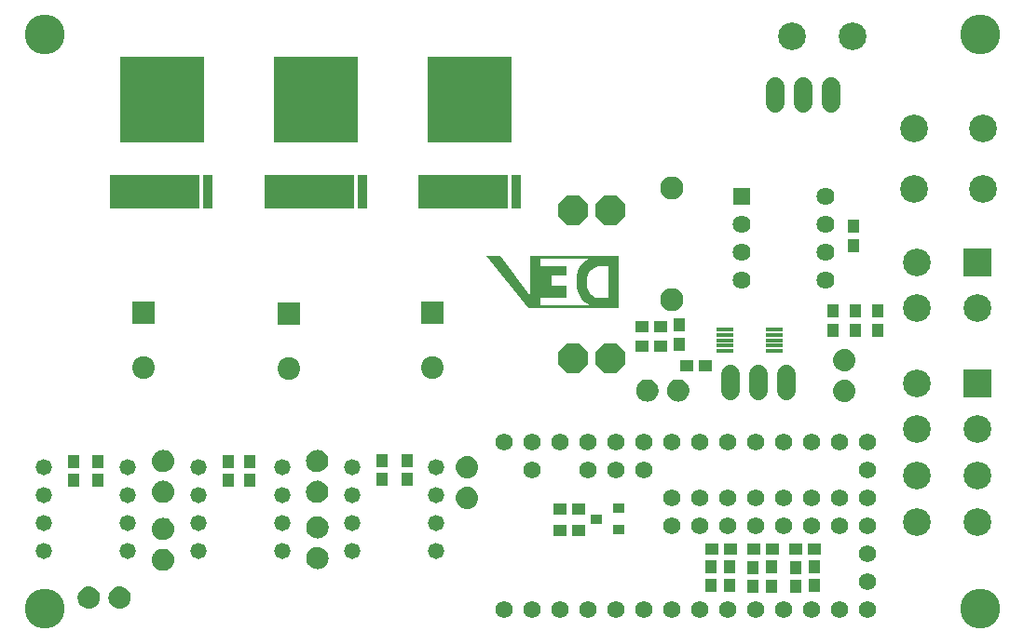
<source format=gbr>
G04 EAGLE Gerber RS-274X export*
G75*
%MOMM*%
%FSLAX34Y34*%
%LPD*%
%AMOC8*
5,1,8,0,0,1.08239X$1,22.5*%
G01*
%ADD10C,1.470400*%
%ADD11R,8.127000X3.127000*%
%ADD12R,0.927000X3.127000*%
%ADD13R,7.627000X7.777000*%
%ADD14C,2.108200*%
%ADD15C,2.057400*%
%ADD16R,2.057400X2.057400*%
%ADD17R,1.227000X1.127000*%
%ADD18R,1.127000X1.227000*%
%ADD19P,2.978737X8X292.500000*%
%ADD20C,1.651000*%
%ADD21C,3.627000*%
%ADD22C,1.574800*%
%ADD23C,2.527000*%
%ADD24R,2.527000X2.527000*%
%ADD25R,1.625600X1.625600*%
%ADD26C,1.625600*%
%ADD27R,1.627000X0.427000*%
%ADD28R,1.027000X0.927000*%

G36*
X503936Y490602D02*
X503936Y490602D01*
X503938Y490603D01*
X503940Y490602D01*
X503983Y490622D01*
X504027Y490640D01*
X504027Y490642D01*
X504029Y490643D01*
X504062Y490728D01*
X504062Y501904D01*
X504061Y501906D01*
X504062Y501908D01*
X504042Y501951D01*
X504024Y501995D01*
X504022Y501995D01*
X504021Y501997D01*
X503936Y502030D01*
X490600Y502030D01*
X490600Y511176D01*
X503936Y511176D01*
X503938Y511177D01*
X503940Y511176D01*
X503983Y511196D01*
X504027Y511214D01*
X504027Y511216D01*
X504029Y511217D01*
X504062Y511302D01*
X504062Y519430D01*
X504061Y519432D01*
X504062Y519434D01*
X504042Y519477D01*
X504024Y519521D01*
X504022Y519521D01*
X504021Y519523D01*
X503936Y519556D01*
X480694Y519556D01*
X480694Y528574D01*
X480693Y528576D01*
X480694Y528578D01*
X480674Y528621D01*
X480656Y528665D01*
X480654Y528665D01*
X480653Y528667D01*
X480568Y528700D01*
X471929Y528700D01*
X471927Y528699D01*
X471925Y528700D01*
X471882Y528680D01*
X471839Y528662D01*
X471838Y528660D01*
X471836Y528659D01*
X471803Y528574D01*
X471806Y492125D01*
X444601Y528649D01*
X444590Y528656D01*
X444585Y528667D01*
X444543Y528684D01*
X444516Y528699D01*
X444508Y528697D01*
X444500Y528700D01*
X432054Y528700D01*
X432014Y528683D01*
X431972Y528670D01*
X431969Y528664D01*
X431963Y528662D01*
X431948Y528621D01*
X431928Y528582D01*
X431930Y528576D01*
X431928Y528570D01*
X431940Y528543D01*
X431955Y528495D01*
X469547Y481505D01*
X469557Y481500D01*
X469561Y481491D01*
X469608Y481473D01*
X469634Y481458D01*
X469640Y481460D01*
X469646Y481458D01*
X480314Y481458D01*
X480316Y481459D01*
X480318Y481458D01*
X480361Y481478D01*
X480398Y481493D01*
X534083Y481096D01*
X535930Y480950D01*
X535935Y480952D01*
X535940Y480950D01*
X551688Y480950D01*
X551690Y480951D01*
X551692Y480950D01*
X551735Y480970D01*
X551779Y480988D01*
X551779Y480990D01*
X551781Y480991D01*
X551814Y481076D01*
X551814Y526467D01*
X551814Y526473D01*
X551815Y526473D01*
X551814Y526473D01*
X551820Y526607D01*
X551821Y526632D01*
X551827Y526766D01*
X551833Y526925D01*
X551840Y527084D01*
X551846Y527243D01*
X551852Y527377D01*
X551853Y527402D01*
X551859Y527536D01*
X551865Y527695D01*
X551872Y527854D01*
X551878Y528013D01*
X551884Y528147D01*
X551885Y528172D01*
X551891Y528306D01*
X551892Y528331D01*
X551897Y528465D01*
X551904Y528624D01*
X551904Y528634D01*
X551900Y528639D01*
X551899Y528639D01*
X551745Y528640D01*
X551715Y528640D01*
X546853Y528644D01*
X546853Y528645D01*
X546822Y528645D01*
X541961Y528649D01*
X541930Y528649D01*
X537068Y528654D01*
X537038Y528654D01*
X532176Y528659D01*
X532145Y528659D01*
X527284Y528664D01*
X527253Y528664D01*
X522391Y528669D01*
X522361Y528669D01*
X517499Y528674D01*
X517468Y528674D01*
X512607Y528679D01*
X512576Y528679D01*
X507714Y528684D01*
X507684Y528684D01*
X502822Y528689D01*
X502791Y528689D01*
X497930Y528694D01*
X497899Y528694D01*
X493037Y528699D01*
X493007Y528699D01*
X488145Y528704D01*
X488114Y528704D01*
X483253Y528709D01*
X483222Y528709D01*
X480822Y528712D01*
X480817Y528707D01*
X480817Y526324D01*
X480821Y526319D01*
X480822Y526320D01*
X480822Y526319D01*
X524692Y526246D01*
X524635Y526222D01*
X524628Y526215D01*
X524617Y526213D01*
X521898Y524547D01*
X521893Y524539D01*
X521882Y524535D01*
X519458Y522464D01*
X519453Y522456D01*
X519444Y522450D01*
X517373Y520026D01*
X517370Y520016D01*
X517361Y520010D01*
X515695Y517291D01*
X515694Y517281D01*
X515686Y517273D01*
X514466Y514328D01*
X514466Y514318D01*
X514460Y514309D01*
X513715Y511208D01*
X513717Y511199D01*
X513712Y511189D01*
X513462Y508010D01*
X513464Y508005D01*
X513462Y508000D01*
X513462Y503428D01*
X513464Y503423D01*
X513462Y503418D01*
X513737Y499921D01*
X513742Y499913D01*
X513740Y499902D01*
X514559Y496491D01*
X514565Y496483D01*
X514565Y496473D01*
X515908Y493232D01*
X515915Y493225D01*
X515917Y493214D01*
X517749Y490224D01*
X517757Y490218D01*
X517761Y490208D01*
X520039Y487541D01*
X520048Y487536D01*
X520053Y487527D01*
X522720Y485249D01*
X522729Y485246D01*
X522736Y485237D01*
X525421Y483592D01*
X480440Y483592D01*
X480440Y490602D01*
X503936Y490602D01*
G37*
%LPC*%
G36*
X535184Y490346D02*
X535184Y490346D01*
X533083Y490530D01*
X531052Y491074D01*
X529145Y491963D01*
X527423Y493169D01*
X525935Y494657D01*
X524729Y496379D01*
X523840Y498286D01*
X523296Y500317D01*
X523112Y502418D01*
X523112Y506978D01*
X523300Y509123D01*
X523856Y511198D01*
X524763Y513144D01*
X525995Y514903D01*
X527513Y516421D01*
X529272Y517653D01*
X531219Y518560D01*
X533293Y519116D01*
X535438Y519304D01*
X542418Y519304D01*
X542418Y490346D01*
X535184Y490346D01*
G37*
%LPD*%
G36*
X579610Y396359D02*
X579610Y396359D01*
X579653Y396371D01*
X579719Y396380D01*
X581336Y396834D01*
X581377Y396853D01*
X581405Y396862D01*
X581415Y396864D01*
X581419Y396866D01*
X581440Y396873D01*
X582954Y397601D01*
X582990Y397627D01*
X583049Y397657D01*
X584414Y398638D01*
X584445Y398670D01*
X584498Y398710D01*
X585672Y399912D01*
X585697Y399949D01*
X585742Y399997D01*
X586689Y401385D01*
X586707Y401426D01*
X586743Y401482D01*
X587435Y403013D01*
X587446Y403056D01*
X587472Y403117D01*
X587887Y404746D01*
X587890Y404790D01*
X587905Y404855D01*
X588031Y406530D01*
X588027Y406577D01*
X588029Y406649D01*
X587824Y408485D01*
X587810Y408531D01*
X587798Y408606D01*
X587238Y410367D01*
X587215Y410409D01*
X587189Y410481D01*
X586296Y412098D01*
X586266Y412136D01*
X586226Y412201D01*
X585035Y413613D01*
X584998Y413644D01*
X584946Y413700D01*
X583502Y414853D01*
X583460Y414876D01*
X583398Y414920D01*
X581757Y415769D01*
X581711Y415784D01*
X581642Y415815D01*
X579867Y416328D01*
X579819Y416333D01*
X579744Y416351D01*
X577904Y416507D01*
X577860Y416503D01*
X577795Y416507D01*
X575964Y416347D01*
X575918Y416334D01*
X575842Y416324D01*
X574078Y415810D01*
X574034Y415789D01*
X573962Y415764D01*
X572332Y414915D01*
X572294Y414886D01*
X572228Y414847D01*
X570795Y413697D01*
X570763Y413661D01*
X570706Y413610D01*
X569525Y412202D01*
X569501Y412161D01*
X569455Y412100D01*
X569245Y411718D01*
X568571Y410488D01*
X568556Y410443D01*
X568522Y410374D01*
X567970Y408621D01*
X567964Y408574D01*
X567944Y408500D01*
X567745Y406673D01*
X567748Y406627D01*
X567742Y406558D01*
X567865Y404882D01*
X567876Y404839D01*
X567882Y404773D01*
X568294Y403143D01*
X568312Y403103D01*
X568330Y403039D01*
X569018Y401506D01*
X569043Y401469D01*
X569072Y401409D01*
X570016Y400019D01*
X570047Y399987D01*
X570085Y399933D01*
X571256Y398727D01*
X571293Y398701D01*
X571340Y398655D01*
X572702Y397671D01*
X572743Y397652D01*
X572797Y397615D01*
X574310Y396882D01*
X574353Y396870D01*
X574364Y396865D01*
X574391Y396852D01*
X574396Y396851D01*
X574413Y396843D01*
X576030Y396385D01*
X576075Y396380D01*
X576139Y396364D01*
X577811Y396193D01*
X577859Y396197D01*
X577938Y396193D01*
X579610Y396359D01*
G37*
G36*
X607601Y396359D02*
X607601Y396359D01*
X607644Y396371D01*
X607710Y396380D01*
X609327Y396834D01*
X609368Y396853D01*
X609396Y396862D01*
X609406Y396864D01*
X609410Y396866D01*
X609431Y396873D01*
X610945Y397601D01*
X610981Y397627D01*
X611040Y397657D01*
X612405Y398638D01*
X612436Y398670D01*
X612489Y398710D01*
X613663Y399912D01*
X613688Y399949D01*
X613733Y399997D01*
X614680Y401385D01*
X614698Y401426D01*
X614734Y401482D01*
X615426Y403013D01*
X615437Y403056D01*
X615463Y403117D01*
X615878Y404746D01*
X615881Y404790D01*
X615896Y404855D01*
X616022Y406530D01*
X616018Y406577D01*
X616020Y406649D01*
X615815Y408485D01*
X615801Y408531D01*
X615789Y408606D01*
X615229Y410367D01*
X615206Y410409D01*
X615180Y410481D01*
X614287Y412098D01*
X614257Y412136D01*
X614217Y412201D01*
X613026Y413613D01*
X612989Y413644D01*
X612937Y413700D01*
X611493Y414853D01*
X611451Y414876D01*
X611389Y414920D01*
X609748Y415769D01*
X609702Y415784D01*
X609633Y415815D01*
X607858Y416328D01*
X607810Y416333D01*
X607735Y416351D01*
X605895Y416507D01*
X605851Y416503D01*
X605786Y416507D01*
X603955Y416347D01*
X603909Y416334D01*
X603833Y416324D01*
X602069Y415810D01*
X602025Y415789D01*
X601953Y415764D01*
X600323Y414915D01*
X600285Y414886D01*
X600219Y414847D01*
X598786Y413697D01*
X598754Y413661D01*
X598697Y413610D01*
X597516Y412202D01*
X597492Y412161D01*
X597446Y412100D01*
X597236Y411718D01*
X596562Y410488D01*
X596547Y410443D01*
X596513Y410374D01*
X595961Y408621D01*
X595955Y408574D01*
X595935Y408500D01*
X595736Y406673D01*
X595739Y406627D01*
X595733Y406558D01*
X595856Y404882D01*
X595867Y404839D01*
X595873Y404773D01*
X596285Y403143D01*
X596303Y403103D01*
X596321Y403039D01*
X597009Y401506D01*
X597034Y401469D01*
X597063Y401409D01*
X598007Y400019D01*
X598038Y399987D01*
X598076Y399933D01*
X599247Y398727D01*
X599284Y398701D01*
X599331Y398655D01*
X600693Y397671D01*
X600734Y397652D01*
X600788Y397615D01*
X602301Y396882D01*
X602344Y396870D01*
X602355Y396865D01*
X602382Y396852D01*
X602387Y396851D01*
X602404Y396843D01*
X604021Y396385D01*
X604066Y396380D01*
X604130Y396364D01*
X605802Y396193D01*
X605850Y396197D01*
X605929Y396193D01*
X607601Y396359D01*
G37*
G36*
X756857Y423793D02*
X756857Y423793D01*
X756929Y423791D01*
X758765Y423996D01*
X758811Y424010D01*
X758886Y424022D01*
X760647Y424582D01*
X760689Y424605D01*
X760761Y424631D01*
X762378Y425524D01*
X762416Y425554D01*
X762481Y425594D01*
X763893Y426785D01*
X763924Y426822D01*
X763980Y426874D01*
X765133Y428318D01*
X765156Y428360D01*
X765200Y428422D01*
X766049Y430063D01*
X766064Y430109D01*
X766095Y430178D01*
X766608Y431953D01*
X766613Y432001D01*
X766631Y432076D01*
X766787Y433916D01*
X766783Y433960D01*
X766787Y434025D01*
X766627Y435856D01*
X766614Y435902D01*
X766604Y435978D01*
X766090Y437742D01*
X766069Y437786D01*
X766044Y437858D01*
X765195Y439488D01*
X765166Y439526D01*
X765127Y439592D01*
X763977Y441025D01*
X763941Y441057D01*
X763890Y441114D01*
X762482Y442295D01*
X762441Y442319D01*
X762380Y442365D01*
X760768Y443249D01*
X760723Y443264D01*
X760654Y443298D01*
X758901Y443850D01*
X758854Y443856D01*
X758780Y443876D01*
X756953Y444076D01*
X756907Y444072D01*
X756838Y444078D01*
X755162Y443955D01*
X755119Y443944D01*
X755053Y443938D01*
X753423Y443527D01*
X753383Y443508D01*
X753319Y443490D01*
X751786Y442802D01*
X751749Y442777D01*
X751689Y442748D01*
X750299Y441804D01*
X750267Y441773D01*
X750213Y441735D01*
X749007Y440564D01*
X748981Y440528D01*
X748935Y440480D01*
X747951Y439118D01*
X747932Y439077D01*
X747895Y439023D01*
X747162Y437510D01*
X747150Y437467D01*
X747123Y437407D01*
X746665Y435790D01*
X746660Y435745D01*
X746644Y435681D01*
X746473Y434009D01*
X746477Y433961D01*
X746473Y433882D01*
X746639Y432210D01*
X746651Y432167D01*
X746660Y432102D01*
X747114Y430484D01*
X747133Y430443D01*
X747153Y430380D01*
X747881Y428866D01*
X747907Y428830D01*
X747937Y428771D01*
X748918Y427406D01*
X748950Y427375D01*
X748990Y427322D01*
X750192Y426148D01*
X750229Y426123D01*
X750277Y426078D01*
X751665Y425131D01*
X751706Y425113D01*
X751762Y425077D01*
X753293Y424385D01*
X753336Y424374D01*
X753397Y424348D01*
X755026Y423933D01*
X755070Y423930D01*
X755135Y423915D01*
X756810Y423789D01*
X756857Y423793D01*
G37*
G36*
X756857Y395802D02*
X756857Y395802D01*
X756929Y395800D01*
X758765Y396005D01*
X758811Y396019D01*
X758886Y396031D01*
X760647Y396591D01*
X760689Y396614D01*
X760761Y396640D01*
X762378Y397533D01*
X762416Y397563D01*
X762481Y397603D01*
X763893Y398794D01*
X763924Y398831D01*
X763980Y398883D01*
X765133Y400327D01*
X765156Y400369D01*
X765200Y400431D01*
X766049Y402072D01*
X766064Y402118D01*
X766095Y402187D01*
X766608Y403962D01*
X766613Y404010D01*
X766631Y404085D01*
X766787Y405925D01*
X766783Y405969D01*
X766787Y406034D01*
X766627Y407865D01*
X766614Y407911D01*
X766604Y407987D01*
X766090Y409751D01*
X766069Y409795D01*
X766044Y409867D01*
X765195Y411497D01*
X765166Y411535D01*
X765127Y411601D01*
X763977Y413034D01*
X763941Y413066D01*
X763890Y413123D01*
X762482Y414304D01*
X762441Y414328D01*
X762380Y414374D01*
X760768Y415258D01*
X760723Y415273D01*
X760654Y415307D01*
X758901Y415859D01*
X758854Y415865D01*
X758780Y415885D01*
X756953Y416085D01*
X756907Y416081D01*
X756838Y416087D01*
X755162Y415964D01*
X755119Y415953D01*
X755053Y415947D01*
X753423Y415536D01*
X753383Y415517D01*
X753319Y415499D01*
X751786Y414811D01*
X751749Y414786D01*
X751689Y414757D01*
X750299Y413813D01*
X750267Y413782D01*
X750213Y413744D01*
X749007Y412573D01*
X748981Y412537D01*
X748935Y412489D01*
X747951Y411127D01*
X747932Y411086D01*
X747895Y411032D01*
X747162Y409519D01*
X747150Y409476D01*
X747123Y409416D01*
X746665Y407799D01*
X746660Y407754D01*
X746644Y407690D01*
X746473Y406018D01*
X746477Y405970D01*
X746473Y405891D01*
X746639Y404219D01*
X746651Y404176D01*
X746660Y404111D01*
X747114Y402493D01*
X747133Y402452D01*
X747153Y402389D01*
X747881Y400875D01*
X747907Y400839D01*
X747937Y400780D01*
X748918Y399415D01*
X748950Y399384D01*
X748990Y399331D01*
X750192Y398157D01*
X750229Y398132D01*
X750277Y398087D01*
X751665Y397140D01*
X751706Y397122D01*
X751762Y397086D01*
X753293Y396394D01*
X753336Y396383D01*
X753397Y396357D01*
X755026Y395942D01*
X755070Y395939D01*
X755135Y395924D01*
X756810Y395798D01*
X756857Y395802D01*
G37*
G36*
X278139Y331999D02*
X278139Y331999D01*
X278211Y331997D01*
X280047Y332202D01*
X280093Y332216D01*
X280168Y332228D01*
X281929Y332788D01*
X281971Y332811D01*
X282043Y332837D01*
X283660Y333730D01*
X283698Y333760D01*
X283763Y333800D01*
X285175Y334991D01*
X285206Y335028D01*
X285262Y335080D01*
X286415Y336524D01*
X286438Y336566D01*
X286482Y336628D01*
X287331Y338269D01*
X287346Y338315D01*
X287377Y338384D01*
X287890Y340159D01*
X287895Y340207D01*
X287913Y340282D01*
X288069Y342122D01*
X288065Y342166D01*
X288069Y342231D01*
X287909Y344062D01*
X287896Y344108D01*
X287886Y344184D01*
X287372Y345948D01*
X287351Y345992D01*
X287326Y346064D01*
X286477Y347694D01*
X286448Y347732D01*
X286409Y347798D01*
X285259Y349231D01*
X285223Y349263D01*
X285172Y349320D01*
X283764Y350501D01*
X283723Y350525D01*
X283662Y350571D01*
X282050Y351455D01*
X282005Y351470D01*
X281936Y351504D01*
X280183Y352056D01*
X280136Y352062D01*
X280062Y352082D01*
X278235Y352282D01*
X278189Y352278D01*
X278120Y352284D01*
X276444Y352161D01*
X276401Y352150D01*
X276335Y352144D01*
X274705Y351733D01*
X274665Y351714D01*
X274601Y351696D01*
X273068Y351008D01*
X273031Y350983D01*
X272971Y350954D01*
X271581Y350010D01*
X271549Y349979D01*
X271495Y349941D01*
X270289Y348770D01*
X270263Y348734D01*
X270217Y348686D01*
X269233Y347324D01*
X269214Y347283D01*
X269177Y347229D01*
X268444Y345716D01*
X268432Y345673D01*
X268405Y345613D01*
X267947Y343996D01*
X267942Y343951D01*
X267926Y343887D01*
X267755Y342215D01*
X267759Y342167D01*
X267755Y342088D01*
X267921Y340416D01*
X267933Y340373D01*
X267942Y340308D01*
X268396Y338690D01*
X268415Y338649D01*
X268435Y338586D01*
X269163Y337072D01*
X269189Y337036D01*
X269219Y336977D01*
X270200Y335612D01*
X270232Y335581D01*
X270272Y335528D01*
X271474Y334354D01*
X271511Y334329D01*
X271559Y334284D01*
X272947Y333337D01*
X272988Y333319D01*
X273044Y333283D01*
X274575Y332591D01*
X274618Y332580D01*
X274679Y332554D01*
X276308Y332139D01*
X276352Y332136D01*
X276417Y332121D01*
X278092Y331995D01*
X278139Y331999D01*
G37*
G36*
X138139Y331999D02*
X138139Y331999D01*
X138211Y331997D01*
X140047Y332202D01*
X140093Y332216D01*
X140168Y332228D01*
X141929Y332788D01*
X141971Y332811D01*
X142043Y332837D01*
X143660Y333730D01*
X143698Y333760D01*
X143763Y333800D01*
X145175Y334991D01*
X145206Y335028D01*
X145262Y335080D01*
X146415Y336524D01*
X146438Y336566D01*
X146482Y336628D01*
X147331Y338269D01*
X147346Y338315D01*
X147377Y338384D01*
X147890Y340159D01*
X147895Y340207D01*
X147913Y340282D01*
X148069Y342122D01*
X148065Y342166D01*
X148069Y342231D01*
X147909Y344062D01*
X147896Y344108D01*
X147886Y344184D01*
X147372Y345948D01*
X147351Y345992D01*
X147326Y346064D01*
X146477Y347694D01*
X146448Y347732D01*
X146409Y347798D01*
X145259Y349231D01*
X145223Y349263D01*
X145172Y349320D01*
X143764Y350501D01*
X143723Y350525D01*
X143662Y350571D01*
X142050Y351455D01*
X142005Y351470D01*
X141936Y351504D01*
X140183Y352056D01*
X140136Y352062D01*
X140062Y352082D01*
X138235Y352282D01*
X138189Y352278D01*
X138120Y352284D01*
X136444Y352161D01*
X136401Y352150D01*
X136335Y352144D01*
X134705Y351733D01*
X134665Y351714D01*
X134601Y351696D01*
X133068Y351008D01*
X133031Y350983D01*
X132971Y350954D01*
X131581Y350010D01*
X131549Y349979D01*
X131495Y349941D01*
X130289Y348770D01*
X130263Y348734D01*
X130217Y348686D01*
X129233Y347324D01*
X129214Y347283D01*
X129177Y347229D01*
X128444Y345716D01*
X128432Y345673D01*
X128405Y345613D01*
X127947Y343996D01*
X127942Y343951D01*
X127926Y343887D01*
X127755Y342215D01*
X127759Y342167D01*
X127755Y342088D01*
X127921Y340416D01*
X127933Y340373D01*
X127942Y340308D01*
X128396Y338690D01*
X128415Y338649D01*
X128435Y338586D01*
X129163Y337072D01*
X129189Y337036D01*
X129219Y336977D01*
X130200Y335612D01*
X130232Y335581D01*
X130272Y335528D01*
X131474Y334354D01*
X131511Y334329D01*
X131559Y334284D01*
X132947Y333337D01*
X132988Y333319D01*
X133044Y333283D01*
X134575Y332591D01*
X134618Y332580D01*
X134679Y332554D01*
X136308Y332139D01*
X136352Y332136D01*
X136417Y332121D01*
X138092Y331995D01*
X138139Y331999D01*
G37*
G36*
X414197Y326373D02*
X414197Y326373D01*
X414269Y326371D01*
X416105Y326576D01*
X416151Y326590D01*
X416226Y326602D01*
X417987Y327162D01*
X418029Y327185D01*
X418101Y327211D01*
X419718Y328104D01*
X419756Y328134D01*
X419821Y328174D01*
X421233Y329365D01*
X421264Y329402D01*
X421320Y329454D01*
X422473Y330898D01*
X422496Y330940D01*
X422540Y331002D01*
X423389Y332643D01*
X423404Y332689D01*
X423435Y332758D01*
X423948Y334533D01*
X423953Y334581D01*
X423971Y334656D01*
X424127Y336496D01*
X424123Y336540D01*
X424127Y336605D01*
X423967Y338436D01*
X423954Y338482D01*
X423944Y338558D01*
X423430Y340322D01*
X423409Y340366D01*
X423384Y340438D01*
X422535Y342068D01*
X422506Y342106D01*
X422467Y342172D01*
X421317Y343605D01*
X421281Y343637D01*
X421230Y343694D01*
X419822Y344875D01*
X419781Y344899D01*
X419720Y344945D01*
X418108Y345829D01*
X418063Y345844D01*
X417994Y345878D01*
X416241Y346430D01*
X416194Y346436D01*
X416120Y346456D01*
X414293Y346656D01*
X414247Y346652D01*
X414178Y346658D01*
X412502Y346535D01*
X412459Y346524D01*
X412393Y346518D01*
X410763Y346107D01*
X410723Y346088D01*
X410659Y346070D01*
X409126Y345382D01*
X409089Y345357D01*
X409029Y345328D01*
X407639Y344384D01*
X407607Y344353D01*
X407553Y344315D01*
X406347Y343144D01*
X406321Y343108D01*
X406275Y343060D01*
X405291Y341698D01*
X405272Y341657D01*
X405235Y341603D01*
X404502Y340090D01*
X404490Y340047D01*
X404463Y339987D01*
X404005Y338370D01*
X404000Y338325D01*
X403984Y338261D01*
X403813Y336589D01*
X403817Y336541D01*
X403813Y336462D01*
X403979Y334790D01*
X403991Y334747D01*
X404000Y334682D01*
X404454Y333064D01*
X404473Y333023D01*
X404493Y332960D01*
X405221Y331446D01*
X405247Y331410D01*
X405277Y331351D01*
X406258Y329986D01*
X406290Y329955D01*
X406330Y329902D01*
X407532Y328728D01*
X407569Y328703D01*
X407617Y328658D01*
X409005Y327711D01*
X409046Y327693D01*
X409102Y327657D01*
X410633Y326965D01*
X410676Y326954D01*
X410737Y326928D01*
X412366Y326513D01*
X412410Y326510D01*
X412475Y326495D01*
X414150Y326369D01*
X414197Y326373D01*
G37*
G36*
X278139Y304008D02*
X278139Y304008D01*
X278211Y304006D01*
X280047Y304211D01*
X280093Y304225D01*
X280168Y304237D01*
X281929Y304797D01*
X281971Y304820D01*
X282043Y304846D01*
X283660Y305739D01*
X283698Y305769D01*
X283763Y305809D01*
X285175Y307000D01*
X285206Y307037D01*
X285262Y307089D01*
X286415Y308533D01*
X286438Y308575D01*
X286482Y308637D01*
X287331Y310278D01*
X287346Y310324D01*
X287377Y310393D01*
X287890Y312168D01*
X287895Y312216D01*
X287913Y312291D01*
X288069Y314131D01*
X288065Y314175D01*
X288069Y314240D01*
X287909Y316071D01*
X287896Y316117D01*
X287886Y316193D01*
X287372Y317957D01*
X287351Y318001D01*
X287326Y318073D01*
X286477Y319703D01*
X286448Y319741D01*
X286409Y319807D01*
X285259Y321240D01*
X285223Y321272D01*
X285172Y321329D01*
X283764Y322510D01*
X283723Y322534D01*
X283662Y322580D01*
X282050Y323464D01*
X282005Y323479D01*
X281936Y323513D01*
X280183Y324065D01*
X280136Y324071D01*
X280062Y324091D01*
X278235Y324291D01*
X278189Y324287D01*
X278120Y324293D01*
X276444Y324170D01*
X276401Y324159D01*
X276335Y324153D01*
X274705Y323742D01*
X274665Y323723D01*
X274601Y323705D01*
X273068Y323017D01*
X273031Y322992D01*
X272971Y322963D01*
X271581Y322019D01*
X271549Y321988D01*
X271495Y321950D01*
X270289Y320779D01*
X270263Y320743D01*
X270217Y320695D01*
X269233Y319333D01*
X269214Y319292D01*
X269177Y319238D01*
X268444Y317725D01*
X268432Y317682D01*
X268405Y317622D01*
X267947Y316005D01*
X267942Y315960D01*
X267926Y315896D01*
X267755Y314224D01*
X267759Y314176D01*
X267755Y314097D01*
X267921Y312425D01*
X267933Y312382D01*
X267942Y312317D01*
X268396Y310699D01*
X268415Y310658D01*
X268435Y310595D01*
X269163Y309081D01*
X269189Y309045D01*
X269219Y308986D01*
X270200Y307621D01*
X270232Y307590D01*
X270272Y307537D01*
X271474Y306363D01*
X271511Y306338D01*
X271559Y306293D01*
X272947Y305346D01*
X272988Y305328D01*
X273044Y305292D01*
X274575Y304600D01*
X274618Y304589D01*
X274679Y304563D01*
X276308Y304148D01*
X276352Y304145D01*
X276417Y304130D01*
X278092Y304004D01*
X278139Y304008D01*
G37*
G36*
X138139Y304008D02*
X138139Y304008D01*
X138211Y304006D01*
X140047Y304211D01*
X140093Y304225D01*
X140168Y304237D01*
X141929Y304797D01*
X141971Y304820D01*
X142043Y304846D01*
X143660Y305739D01*
X143698Y305769D01*
X143763Y305809D01*
X145175Y307000D01*
X145206Y307037D01*
X145262Y307089D01*
X146415Y308533D01*
X146438Y308575D01*
X146482Y308637D01*
X147331Y310278D01*
X147346Y310324D01*
X147377Y310393D01*
X147890Y312168D01*
X147895Y312216D01*
X147913Y312291D01*
X148069Y314131D01*
X148065Y314175D01*
X148069Y314240D01*
X147909Y316071D01*
X147896Y316117D01*
X147886Y316193D01*
X147372Y317957D01*
X147351Y318001D01*
X147326Y318073D01*
X146477Y319703D01*
X146448Y319741D01*
X146409Y319807D01*
X145259Y321240D01*
X145223Y321272D01*
X145172Y321329D01*
X143764Y322510D01*
X143723Y322534D01*
X143662Y322580D01*
X142050Y323464D01*
X142005Y323479D01*
X141936Y323513D01*
X140183Y324065D01*
X140136Y324071D01*
X140062Y324091D01*
X138235Y324291D01*
X138189Y324287D01*
X138120Y324293D01*
X136444Y324170D01*
X136401Y324159D01*
X136335Y324153D01*
X134705Y323742D01*
X134665Y323723D01*
X134601Y323705D01*
X133068Y323017D01*
X133031Y322992D01*
X132971Y322963D01*
X131581Y322019D01*
X131549Y321988D01*
X131495Y321950D01*
X130289Y320779D01*
X130263Y320743D01*
X130217Y320695D01*
X129233Y319333D01*
X129214Y319292D01*
X129177Y319238D01*
X128444Y317725D01*
X128432Y317682D01*
X128405Y317622D01*
X127947Y316005D01*
X127942Y315960D01*
X127926Y315896D01*
X127755Y314224D01*
X127759Y314176D01*
X127755Y314097D01*
X127921Y312425D01*
X127933Y312382D01*
X127942Y312317D01*
X128396Y310699D01*
X128415Y310658D01*
X128435Y310595D01*
X129163Y309081D01*
X129189Y309045D01*
X129219Y308986D01*
X130200Y307621D01*
X130232Y307590D01*
X130272Y307537D01*
X131474Y306363D01*
X131511Y306338D01*
X131559Y306293D01*
X132947Y305346D01*
X132988Y305328D01*
X133044Y305292D01*
X134575Y304600D01*
X134618Y304589D01*
X134679Y304563D01*
X136308Y304148D01*
X136352Y304145D01*
X136417Y304130D01*
X138092Y304004D01*
X138139Y304008D01*
G37*
G36*
X414197Y298382D02*
X414197Y298382D01*
X414269Y298380D01*
X416105Y298585D01*
X416151Y298599D01*
X416226Y298611D01*
X417987Y299171D01*
X418029Y299194D01*
X418101Y299220D01*
X419718Y300113D01*
X419756Y300143D01*
X419821Y300183D01*
X421233Y301374D01*
X421264Y301411D01*
X421320Y301463D01*
X422473Y302907D01*
X422496Y302949D01*
X422540Y303011D01*
X423389Y304652D01*
X423404Y304698D01*
X423435Y304767D01*
X423948Y306542D01*
X423953Y306590D01*
X423971Y306665D01*
X424127Y308505D01*
X424123Y308549D01*
X424127Y308614D01*
X423967Y310445D01*
X423954Y310491D01*
X423944Y310567D01*
X423430Y312331D01*
X423409Y312375D01*
X423384Y312447D01*
X422535Y314077D01*
X422506Y314115D01*
X422467Y314181D01*
X421317Y315614D01*
X421281Y315646D01*
X421230Y315703D01*
X419822Y316884D01*
X419781Y316908D01*
X419720Y316954D01*
X418108Y317838D01*
X418063Y317853D01*
X417994Y317887D01*
X416241Y318439D01*
X416194Y318445D01*
X416120Y318465D01*
X414293Y318665D01*
X414247Y318661D01*
X414178Y318667D01*
X412502Y318544D01*
X412459Y318533D01*
X412393Y318527D01*
X410763Y318116D01*
X410723Y318097D01*
X410659Y318079D01*
X409126Y317391D01*
X409089Y317366D01*
X409029Y317337D01*
X407639Y316393D01*
X407607Y316362D01*
X407553Y316324D01*
X406347Y315153D01*
X406321Y315117D01*
X406275Y315069D01*
X405291Y313707D01*
X405272Y313666D01*
X405235Y313612D01*
X404502Y312099D01*
X404490Y312056D01*
X404463Y311996D01*
X404005Y310379D01*
X404000Y310334D01*
X403984Y310270D01*
X403813Y308598D01*
X403817Y308550D01*
X403813Y308471D01*
X403979Y306799D01*
X403991Y306756D01*
X404000Y306691D01*
X404454Y305073D01*
X404473Y305032D01*
X404493Y304969D01*
X405221Y303455D01*
X405247Y303419D01*
X405277Y303360D01*
X406258Y301995D01*
X406290Y301964D01*
X406330Y301911D01*
X407532Y300737D01*
X407569Y300712D01*
X407617Y300667D01*
X409005Y299720D01*
X409046Y299702D01*
X409102Y299666D01*
X410633Y298974D01*
X410676Y298963D01*
X410737Y298937D01*
X412366Y298522D01*
X412410Y298519D01*
X412475Y298504D01*
X414150Y298378D01*
X414197Y298382D01*
G37*
G36*
X278307Y271763D02*
X278307Y271763D01*
X278379Y271761D01*
X280215Y271966D01*
X280261Y271980D01*
X280336Y271992D01*
X282097Y272552D01*
X282139Y272575D01*
X282211Y272601D01*
X283828Y273494D01*
X283866Y273524D01*
X283931Y273564D01*
X285343Y274755D01*
X285374Y274792D01*
X285430Y274844D01*
X286583Y276288D01*
X286606Y276330D01*
X286650Y276392D01*
X287499Y278033D01*
X287514Y278079D01*
X287545Y278148D01*
X288058Y279923D01*
X288063Y279971D01*
X288081Y280046D01*
X288237Y281886D01*
X288233Y281930D01*
X288237Y281995D01*
X288077Y283826D01*
X288064Y283872D01*
X288054Y283948D01*
X287540Y285712D01*
X287519Y285756D01*
X287494Y285828D01*
X286645Y287458D01*
X286616Y287496D01*
X286577Y287562D01*
X285427Y288995D01*
X285391Y289027D01*
X285340Y289084D01*
X283932Y290265D01*
X283891Y290289D01*
X283830Y290335D01*
X282218Y291219D01*
X282173Y291234D01*
X282104Y291268D01*
X280351Y291820D01*
X280304Y291826D01*
X280230Y291846D01*
X278403Y292046D01*
X278357Y292042D01*
X278288Y292048D01*
X276612Y291925D01*
X276569Y291914D01*
X276503Y291908D01*
X274873Y291497D01*
X274833Y291478D01*
X274769Y291460D01*
X273236Y290772D01*
X273199Y290747D01*
X273139Y290718D01*
X271749Y289774D01*
X271717Y289743D01*
X271663Y289705D01*
X270457Y288534D01*
X270431Y288498D01*
X270385Y288450D01*
X269401Y287088D01*
X269382Y287047D01*
X269345Y286993D01*
X268612Y285480D01*
X268600Y285437D01*
X268573Y285377D01*
X268115Y283760D01*
X268110Y283715D01*
X268094Y283651D01*
X267923Y281979D01*
X267927Y281931D01*
X267923Y281852D01*
X268089Y280180D01*
X268101Y280137D01*
X268110Y280072D01*
X268564Y278454D01*
X268583Y278413D01*
X268603Y278350D01*
X269331Y276836D01*
X269357Y276800D01*
X269387Y276741D01*
X270368Y275376D01*
X270400Y275345D01*
X270440Y275292D01*
X271642Y274118D01*
X271679Y274093D01*
X271727Y274048D01*
X273115Y273101D01*
X273156Y273083D01*
X273212Y273047D01*
X274743Y272355D01*
X274786Y272344D01*
X274847Y272318D01*
X276476Y271903D01*
X276520Y271900D01*
X276585Y271885D01*
X278260Y271759D01*
X278307Y271763D01*
G37*
G36*
X137891Y270175D02*
X137891Y270175D01*
X137963Y270173D01*
X139799Y270378D01*
X139845Y270392D01*
X139920Y270404D01*
X141681Y270964D01*
X141723Y270987D01*
X141795Y271013D01*
X143412Y271906D01*
X143450Y271936D01*
X143515Y271976D01*
X144927Y273167D01*
X144958Y273204D01*
X145014Y273256D01*
X146167Y274700D01*
X146190Y274742D01*
X146234Y274804D01*
X147083Y276445D01*
X147098Y276491D01*
X147129Y276560D01*
X147642Y278335D01*
X147647Y278383D01*
X147665Y278458D01*
X147821Y280298D01*
X147817Y280342D01*
X147821Y280407D01*
X147661Y282238D01*
X147648Y282284D01*
X147638Y282360D01*
X147124Y284124D01*
X147103Y284168D01*
X147078Y284240D01*
X146229Y285870D01*
X146200Y285908D01*
X146161Y285974D01*
X145011Y287407D01*
X144975Y287439D01*
X144924Y287496D01*
X143516Y288677D01*
X143475Y288701D01*
X143414Y288747D01*
X141802Y289631D01*
X141757Y289646D01*
X141688Y289680D01*
X139935Y290232D01*
X139888Y290238D01*
X139814Y290258D01*
X137987Y290458D01*
X137941Y290454D01*
X137872Y290460D01*
X136196Y290337D01*
X136153Y290326D01*
X136087Y290320D01*
X134457Y289909D01*
X134417Y289890D01*
X134353Y289872D01*
X132820Y289184D01*
X132783Y289159D01*
X132723Y289130D01*
X131333Y288186D01*
X131301Y288155D01*
X131247Y288117D01*
X130041Y286946D01*
X130015Y286910D01*
X129969Y286862D01*
X128985Y285500D01*
X128966Y285459D01*
X128929Y285405D01*
X128196Y283892D01*
X128184Y283849D01*
X128157Y283789D01*
X127699Y282172D01*
X127694Y282127D01*
X127678Y282063D01*
X127507Y280391D01*
X127511Y280343D01*
X127507Y280264D01*
X127673Y278592D01*
X127685Y278549D01*
X127694Y278484D01*
X128148Y276866D01*
X128167Y276825D01*
X128187Y276762D01*
X128915Y275248D01*
X128941Y275212D01*
X128971Y275153D01*
X129952Y273788D01*
X129984Y273757D01*
X130024Y273704D01*
X131226Y272530D01*
X131263Y272505D01*
X131311Y272460D01*
X132699Y271513D01*
X132740Y271495D01*
X132796Y271459D01*
X134327Y270767D01*
X134370Y270756D01*
X134431Y270730D01*
X136060Y270315D01*
X136104Y270312D01*
X136169Y270297D01*
X137844Y270171D01*
X137891Y270175D01*
G37*
G36*
X278307Y243772D02*
X278307Y243772D01*
X278379Y243770D01*
X280215Y243975D01*
X280261Y243989D01*
X280336Y244001D01*
X282097Y244561D01*
X282139Y244584D01*
X282211Y244610D01*
X283828Y245503D01*
X283866Y245533D01*
X283931Y245573D01*
X285343Y246764D01*
X285374Y246801D01*
X285430Y246853D01*
X286583Y248297D01*
X286606Y248339D01*
X286650Y248401D01*
X287499Y250042D01*
X287514Y250088D01*
X287545Y250157D01*
X288058Y251932D01*
X288063Y251980D01*
X288081Y252055D01*
X288237Y253895D01*
X288233Y253939D01*
X288237Y254004D01*
X288077Y255835D01*
X288064Y255881D01*
X288054Y255957D01*
X287540Y257721D01*
X287519Y257765D01*
X287494Y257837D01*
X286645Y259467D01*
X286616Y259505D01*
X286577Y259571D01*
X285427Y261004D01*
X285391Y261036D01*
X285340Y261093D01*
X283932Y262274D01*
X283891Y262298D01*
X283830Y262344D01*
X282218Y263228D01*
X282173Y263243D01*
X282104Y263277D01*
X280351Y263829D01*
X280304Y263835D01*
X280230Y263855D01*
X278403Y264055D01*
X278357Y264051D01*
X278288Y264057D01*
X276612Y263934D01*
X276569Y263923D01*
X276503Y263917D01*
X274873Y263506D01*
X274833Y263487D01*
X274769Y263469D01*
X273236Y262781D01*
X273199Y262756D01*
X273139Y262727D01*
X271749Y261783D01*
X271717Y261752D01*
X271663Y261714D01*
X270457Y260543D01*
X270431Y260507D01*
X270385Y260459D01*
X269401Y259097D01*
X269382Y259056D01*
X269345Y259002D01*
X268612Y257489D01*
X268600Y257446D01*
X268573Y257386D01*
X268115Y255769D01*
X268110Y255724D01*
X268094Y255660D01*
X267923Y253988D01*
X267927Y253940D01*
X267923Y253861D01*
X268089Y252189D01*
X268101Y252146D01*
X268110Y252081D01*
X268564Y250463D01*
X268583Y250422D01*
X268603Y250359D01*
X269331Y248845D01*
X269357Y248809D01*
X269387Y248750D01*
X270368Y247385D01*
X270400Y247354D01*
X270440Y247301D01*
X271642Y246127D01*
X271679Y246102D01*
X271727Y246057D01*
X273115Y245110D01*
X273156Y245092D01*
X273212Y245056D01*
X274743Y244364D01*
X274786Y244353D01*
X274847Y244327D01*
X276476Y243912D01*
X276520Y243909D01*
X276585Y243894D01*
X278260Y243768D01*
X278307Y243772D01*
G37*
G36*
X137891Y242184D02*
X137891Y242184D01*
X137963Y242182D01*
X139799Y242387D01*
X139845Y242401D01*
X139920Y242413D01*
X141681Y242973D01*
X141723Y242996D01*
X141795Y243022D01*
X143412Y243915D01*
X143450Y243945D01*
X143515Y243985D01*
X144927Y245176D01*
X144958Y245213D01*
X145014Y245265D01*
X146167Y246709D01*
X146190Y246751D01*
X146234Y246813D01*
X147083Y248454D01*
X147098Y248500D01*
X147129Y248569D01*
X147642Y250344D01*
X147647Y250392D01*
X147665Y250467D01*
X147821Y252307D01*
X147817Y252351D01*
X147821Y252416D01*
X147661Y254247D01*
X147648Y254293D01*
X147638Y254369D01*
X147124Y256133D01*
X147103Y256177D01*
X147078Y256249D01*
X146229Y257879D01*
X146200Y257917D01*
X146161Y257983D01*
X145011Y259416D01*
X144975Y259448D01*
X144924Y259505D01*
X143516Y260686D01*
X143475Y260710D01*
X143414Y260756D01*
X141802Y261640D01*
X141757Y261655D01*
X141688Y261689D01*
X139935Y262241D01*
X139888Y262247D01*
X139814Y262267D01*
X137987Y262467D01*
X137941Y262463D01*
X137872Y262469D01*
X136196Y262346D01*
X136153Y262335D01*
X136087Y262329D01*
X134457Y261918D01*
X134417Y261899D01*
X134353Y261881D01*
X132820Y261193D01*
X132783Y261168D01*
X132723Y261139D01*
X131333Y260195D01*
X131301Y260164D01*
X131247Y260126D01*
X130041Y258955D01*
X130015Y258919D01*
X129969Y258871D01*
X128985Y257509D01*
X128966Y257468D01*
X128929Y257414D01*
X128196Y255901D01*
X128184Y255858D01*
X128157Y255798D01*
X127699Y254181D01*
X127694Y254136D01*
X127678Y254072D01*
X127507Y252400D01*
X127511Y252352D01*
X127507Y252273D01*
X127673Y250601D01*
X127685Y250558D01*
X127694Y250493D01*
X128148Y248875D01*
X128167Y248834D01*
X128187Y248771D01*
X128915Y247257D01*
X128941Y247221D01*
X128971Y247162D01*
X129952Y245797D01*
X129984Y245766D01*
X130024Y245713D01*
X131226Y244539D01*
X131263Y244514D01*
X131311Y244469D01*
X132699Y243522D01*
X132740Y243504D01*
X132796Y243468D01*
X134327Y242776D01*
X134370Y242765D01*
X134431Y242739D01*
X136060Y242324D01*
X136104Y242321D01*
X136169Y242306D01*
X137844Y242180D01*
X137891Y242184D01*
G37*
G36*
X98432Y207783D02*
X98432Y207783D01*
X98497Y207779D01*
X100328Y207939D01*
X100374Y207952D01*
X100450Y207962D01*
X102214Y208476D01*
X102258Y208497D01*
X102330Y208522D01*
X103960Y209371D01*
X103998Y209400D01*
X104064Y209439D01*
X105497Y210589D01*
X105529Y210625D01*
X105586Y210676D01*
X106767Y212084D01*
X106791Y212125D01*
X106837Y212186D01*
X107382Y213179D01*
X107721Y213798D01*
X107736Y213843D01*
X107770Y213912D01*
X108322Y215665D01*
X108328Y215712D01*
X108348Y215786D01*
X108548Y217613D01*
X108544Y217659D01*
X108550Y217728D01*
X108427Y219404D01*
X108416Y219447D01*
X108410Y219513D01*
X107999Y221143D01*
X107980Y221183D01*
X107962Y221247D01*
X107274Y222780D01*
X107249Y222817D01*
X107220Y222877D01*
X106276Y224267D01*
X106245Y224299D01*
X106207Y224353D01*
X105036Y225559D01*
X105000Y225585D01*
X104952Y225631D01*
X103590Y226615D01*
X103549Y226634D01*
X103495Y226671D01*
X101982Y227404D01*
X101939Y227416D01*
X101879Y227443D01*
X100262Y227901D01*
X100217Y227906D01*
X100153Y227922D01*
X98481Y228093D01*
X98433Y228089D01*
X98354Y228093D01*
X96682Y227927D01*
X96639Y227915D01*
X96574Y227906D01*
X94956Y227452D01*
X94915Y227433D01*
X94852Y227413D01*
X93338Y226685D01*
X93302Y226659D01*
X93243Y226629D01*
X91878Y225648D01*
X91847Y225616D01*
X91794Y225576D01*
X90620Y224374D01*
X90595Y224337D01*
X90550Y224289D01*
X89603Y222901D01*
X89585Y222860D01*
X89549Y222804D01*
X88857Y221273D01*
X88846Y221230D01*
X88820Y221169D01*
X88405Y219540D01*
X88402Y219496D01*
X88387Y219431D01*
X88261Y217756D01*
X88265Y217709D01*
X88263Y217637D01*
X88468Y215802D01*
X88482Y215755D01*
X88494Y215680D01*
X89054Y213919D01*
X89077Y213877D01*
X89103Y213805D01*
X89996Y212188D01*
X90026Y212150D01*
X90066Y212085D01*
X91257Y210673D01*
X91294Y210642D01*
X91346Y210586D01*
X92790Y209433D01*
X92832Y209411D01*
X92894Y209366D01*
X94535Y208517D01*
X94581Y208503D01*
X94650Y208471D01*
X96425Y207958D01*
X96473Y207953D01*
X96548Y207936D01*
X98388Y207779D01*
X98432Y207783D01*
G37*
G36*
X70441Y207783D02*
X70441Y207783D01*
X70506Y207779D01*
X72337Y207939D01*
X72383Y207952D01*
X72459Y207962D01*
X74223Y208476D01*
X74267Y208497D01*
X74339Y208522D01*
X75969Y209371D01*
X76007Y209400D01*
X76073Y209439D01*
X77506Y210589D01*
X77538Y210625D01*
X77595Y210676D01*
X78776Y212084D01*
X78800Y212125D01*
X78846Y212186D01*
X79391Y213179D01*
X79730Y213798D01*
X79745Y213843D01*
X79779Y213912D01*
X80331Y215665D01*
X80337Y215712D01*
X80357Y215786D01*
X80557Y217613D01*
X80553Y217659D01*
X80559Y217728D01*
X80436Y219404D01*
X80425Y219447D01*
X80419Y219513D01*
X80008Y221143D01*
X79989Y221183D01*
X79971Y221247D01*
X79283Y222780D01*
X79258Y222817D01*
X79229Y222877D01*
X78285Y224267D01*
X78254Y224299D01*
X78216Y224353D01*
X77045Y225559D01*
X77009Y225585D01*
X76961Y225631D01*
X75599Y226615D01*
X75558Y226634D01*
X75504Y226671D01*
X73991Y227404D01*
X73948Y227416D01*
X73888Y227443D01*
X72271Y227901D01*
X72226Y227906D01*
X72162Y227922D01*
X70490Y228093D01*
X70442Y228089D01*
X70363Y228093D01*
X68691Y227927D01*
X68648Y227915D01*
X68583Y227906D01*
X66965Y227452D01*
X66924Y227433D01*
X66861Y227413D01*
X65347Y226685D01*
X65311Y226659D01*
X65252Y226629D01*
X63887Y225648D01*
X63856Y225616D01*
X63803Y225576D01*
X62629Y224374D01*
X62604Y224337D01*
X62559Y224289D01*
X61612Y222901D01*
X61594Y222860D01*
X61558Y222804D01*
X60866Y221273D01*
X60855Y221230D01*
X60829Y221169D01*
X60414Y219540D01*
X60411Y219496D01*
X60396Y219431D01*
X60270Y217756D01*
X60274Y217709D01*
X60272Y217637D01*
X60477Y215802D01*
X60491Y215755D01*
X60503Y215680D01*
X61063Y213919D01*
X61086Y213877D01*
X61112Y213805D01*
X62005Y212188D01*
X62035Y212150D01*
X62075Y212085D01*
X63266Y210673D01*
X63303Y210642D01*
X63355Y210586D01*
X64799Y209433D01*
X64841Y209411D01*
X64903Y209366D01*
X66544Y208517D01*
X66590Y208503D01*
X66659Y208471D01*
X68434Y207958D01*
X68482Y207953D01*
X68557Y207936D01*
X70397Y207779D01*
X70441Y207783D01*
G37*
D10*
X106062Y259946D03*
X106062Y285346D03*
X106062Y310746D03*
X106062Y336146D03*
X29862Y336146D03*
X29862Y310746D03*
X29862Y285346D03*
X29862Y259946D03*
X246062Y259946D03*
X246062Y285346D03*
X246062Y310746D03*
X246062Y336146D03*
X169862Y336146D03*
X169862Y310746D03*
X169862Y285346D03*
X169862Y259946D03*
X386062Y259946D03*
X386062Y285346D03*
X386062Y310746D03*
X386062Y336146D03*
X309862Y336146D03*
X309862Y310746D03*
X309862Y285346D03*
X309862Y259946D03*
D11*
X130670Y587550D03*
D12*
X178670Y587550D03*
D13*
X136670Y671100D03*
D11*
X270670Y587550D03*
D12*
X318670Y587550D03*
D13*
X276670Y671100D03*
D11*
X410670Y587550D03*
D12*
X458670Y587550D03*
D13*
X416670Y671100D03*
D14*
X600000Y590800D03*
X600000Y489200D03*
D15*
X251950Y426620D03*
D16*
X251950Y476620D03*
D15*
X382760Y427080D03*
D16*
X382760Y477080D03*
D17*
X636152Y262128D03*
X653152Y262128D03*
X674760Y262128D03*
X691760Y262128D03*
X712860Y262128D03*
X729860Y262128D03*
D18*
X635652Y245720D03*
X635652Y228720D03*
X674116Y245228D03*
X674116Y228228D03*
X712724Y245228D03*
X712724Y228228D03*
X652424Y229080D03*
X652424Y246080D03*
X691004Y228572D03*
X691004Y245572D03*
X729488Y228736D03*
X729488Y245736D03*
D19*
X544000Y570000D03*
X510000Y570000D03*
X544000Y435300D03*
X510000Y435300D03*
D20*
X694440Y667300D02*
X694440Y682540D01*
X719840Y682540D02*
X719840Y667300D01*
X745240Y667300D02*
X745240Y682540D01*
D18*
X767080Y478400D03*
X767080Y461400D03*
X746760Y461400D03*
X746760Y478400D03*
X359410Y325510D03*
X359410Y342510D03*
X336550Y325510D03*
X336550Y342510D03*
X216830Y324938D03*
X216830Y341938D03*
X197162Y324558D03*
X197162Y341558D03*
X78400Y324638D03*
X78400Y341638D03*
X56192Y324350D03*
X56192Y341350D03*
D15*
X119870Y427430D03*
D16*
X119870Y477430D03*
D21*
X880000Y730000D03*
X880000Y207800D03*
X30000Y207800D03*
X30000Y730000D03*
D22*
X447700Y207400D03*
X473100Y207400D03*
X498500Y207400D03*
X523900Y207400D03*
X549300Y207400D03*
X574700Y207400D03*
X600100Y207400D03*
X625500Y207400D03*
X650900Y207400D03*
X676300Y207400D03*
X701700Y207400D03*
X727100Y207400D03*
X752500Y207400D03*
X777900Y207400D03*
X777900Y232800D03*
X777900Y258200D03*
X777900Y283600D03*
X777900Y309000D03*
X777900Y334400D03*
X777900Y359800D03*
X752500Y359800D03*
X727100Y359800D03*
X701700Y359800D03*
X676300Y359800D03*
X650900Y359800D03*
X625500Y359800D03*
X600100Y359800D03*
X574700Y359800D03*
X549300Y359800D03*
X523900Y359800D03*
X498500Y359800D03*
X473100Y359800D03*
X447700Y359800D03*
X473100Y334400D03*
X523900Y334400D03*
X549300Y334400D03*
X574700Y334400D03*
X752500Y283600D03*
X752500Y309000D03*
X727100Y283600D03*
X701700Y283600D03*
X676300Y283600D03*
X650900Y283600D03*
X727100Y309000D03*
X701700Y309000D03*
X676300Y309000D03*
X650900Y309000D03*
X625500Y309000D03*
X600100Y309000D03*
X625500Y283600D03*
X600100Y283600D03*
D20*
X653680Y406000D02*
X653680Y421240D01*
X679080Y421240D02*
X679080Y406000D01*
X704480Y406000D02*
X704480Y421240D01*
D18*
X787400Y478400D03*
X787400Y461400D03*
D23*
X823000Y523240D03*
X823000Y481240D03*
X878000Y481240D03*
D24*
X878000Y523240D03*
D25*
X663800Y583180D03*
D26*
X663800Y557780D03*
X663800Y532380D03*
X663800Y506980D03*
X740000Y506980D03*
X740000Y532380D03*
X740000Y557780D03*
X740000Y583180D03*
D23*
X882540Y645000D03*
X882540Y590000D03*
D18*
X764920Y555480D03*
X764920Y538480D03*
D23*
X820000Y645000D03*
X820000Y590000D03*
X822452Y413004D03*
D24*
X877452Y413004D03*
D23*
X822452Y371004D03*
X877452Y371004D03*
X822452Y329004D03*
X877452Y329004D03*
X822452Y287004D03*
X877452Y287004D03*
D27*
X693420Y462120D03*
X693420Y457120D03*
X693420Y452120D03*
X693420Y447120D03*
X693420Y442120D03*
X648420Y442120D03*
X648420Y447120D03*
X648420Y452120D03*
X648420Y457120D03*
X648420Y462120D03*
D17*
X573160Y447040D03*
X590160Y447040D03*
X573160Y464820D03*
X590160Y464820D03*
X630800Y429260D03*
X613800Y429260D03*
D18*
X607060Y448700D03*
X607060Y465700D03*
D23*
X709540Y728980D03*
X764540Y728980D03*
D17*
X515230Y279400D03*
X498230Y279400D03*
D28*
X552290Y299060D03*
X552290Y280060D03*
X531290Y289560D03*
D17*
X515230Y298450D03*
X498230Y298450D03*
M02*

</source>
